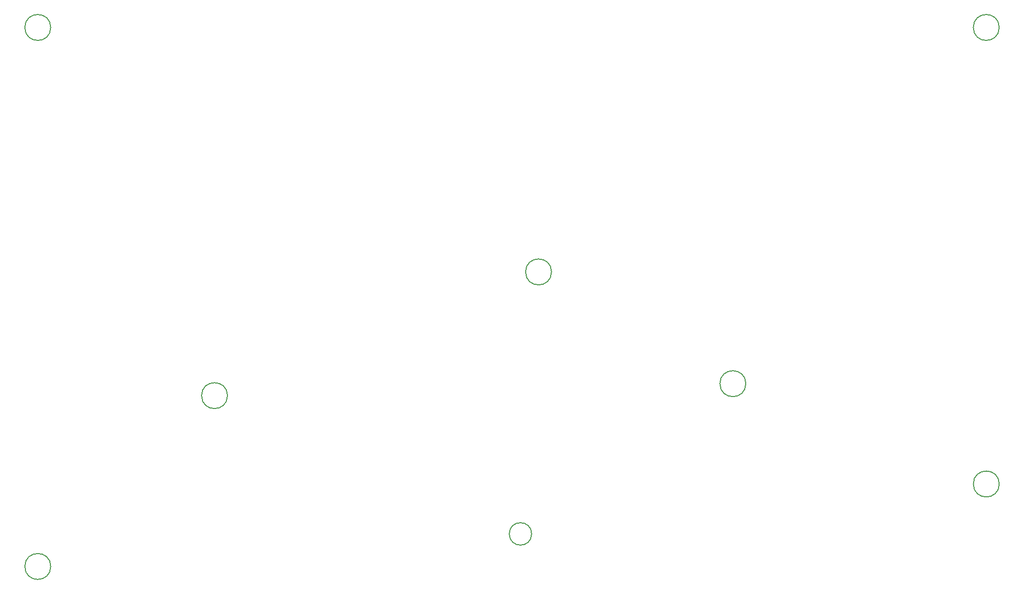
<source format=gbr>
%TF.GenerationSoftware,KiCad,Pcbnew,7.0.6*%
%TF.CreationDate,2024-01-12T12:33:24+02:00*%
%TF.ProjectId,Flatbox-rev5,466c6174-626f-4782-9d72-6576352e6b69,rev?*%
%TF.SameCoordinates,Original*%
%TF.FileFunction,Other,Comment*%
%FSLAX46Y46*%
G04 Gerber Fmt 4.6, Leading zero omitted, Abs format (unit mm)*
G04 Created by KiCad (PCBNEW 7.0.6) date 2024-01-12 12:33:24*
%MOMM*%
%LPD*%
G01*
G04 APERTURE LIST*
%ADD10C,0.150000*%
G04 APERTURE END LIST*
D10*
%TO.C,H8*%
X191185687Y-110970000D02*
G75*
G03*
X191185687Y-110970000I-2200000J0D01*
G01*
%TO.C,Hadouken*%
X154830000Y-136470000D02*
G75*
G03*
X154830000Y-136470000I-1900000J0D01*
G01*
%TO.C,H2*%
X73200000Y-142000000D02*
G75*
G03*
X73200000Y-142000000I-2200000J0D01*
G01*
%TO.C,H7*%
X234200000Y-128000000D02*
G75*
G03*
X234200000Y-128000000I-2200000J0D01*
G01*
%TO.C,H3*%
X234200000Y-50500000D02*
G75*
G03*
X234200000Y-50500000I-2200000J0D01*
G01*
%TO.C,H5*%
X103200000Y-113000000D02*
G75*
G03*
X103200000Y-113000000I-2200000J0D01*
G01*
%TO.C,H1*%
X73200000Y-50500000D02*
G75*
G03*
X73200000Y-50500000I-2200000J0D01*
G01*
%TO.C,H6*%
X158200000Y-92000000D02*
G75*
G03*
X158200000Y-92000000I-2200000J0D01*
G01*
%TD*%
M02*

</source>
